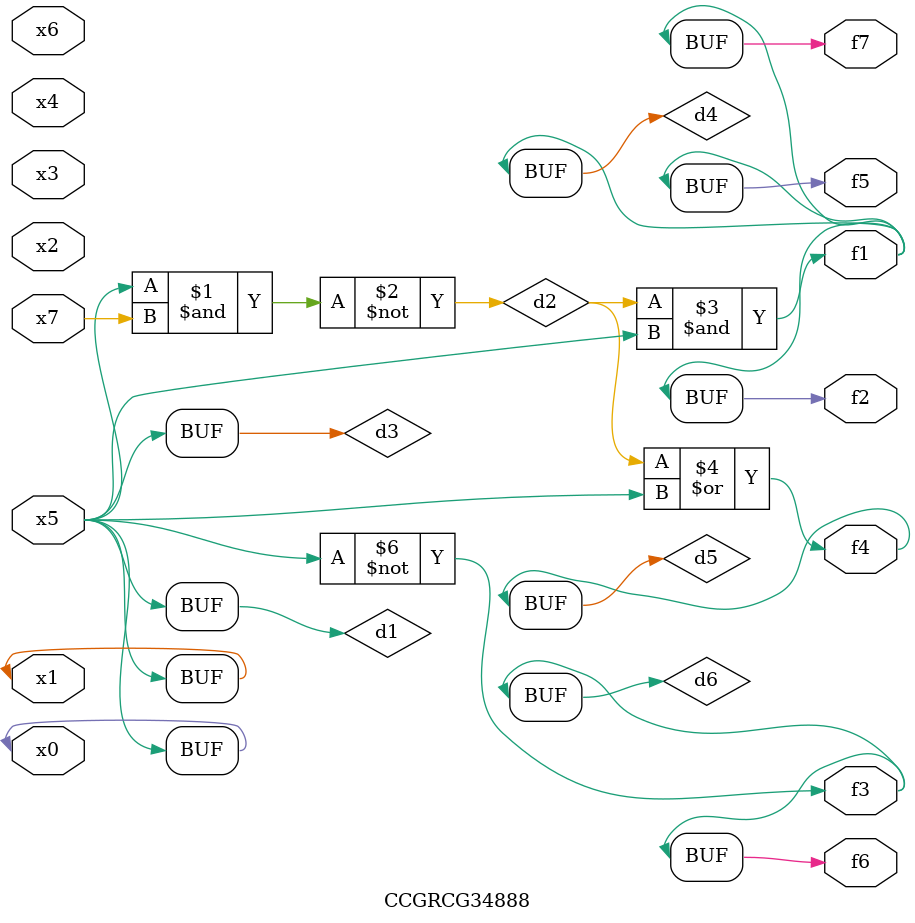
<source format=v>
module CCGRCG34888(
	input x0, x1, x2, x3, x4, x5, x6, x7,
	output f1, f2, f3, f4, f5, f6, f7
);

	wire d1, d2, d3, d4, d5, d6;

	buf (d1, x0, x5);
	nand (d2, x5, x7);
	buf (d3, x0, x1);
	and (d4, d2, d3);
	or (d5, d2, d3);
	nor (d6, d1, d3);
	assign f1 = d4;
	assign f2 = d4;
	assign f3 = d6;
	assign f4 = d5;
	assign f5 = d4;
	assign f6 = d6;
	assign f7 = d4;
endmodule

</source>
